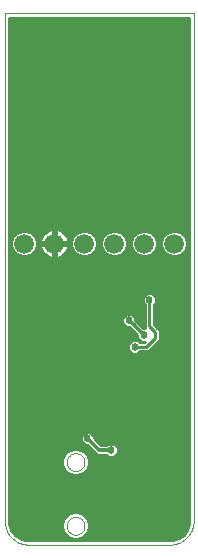
<source format=gbl>
G75*
G70*
%OFA0B0*%
%FSLAX24Y24*%
%IPPOS*%
%LPD*%
%AMOC8*
5,1,8,0,0,1.08239X$1,22.5*
%
%ADD10C,0.0000*%
%ADD11C,0.0660*%
%ADD12C,0.0100*%
%ADD13C,0.0246*%
%ADD14C,0.0120*%
D10*
X000160Y001700D02*
X000160Y018629D01*
X006459Y018629D01*
X006459Y001700D01*
X006457Y001646D01*
X006452Y001593D01*
X006443Y001540D01*
X006430Y001488D01*
X006414Y001436D01*
X006394Y001386D01*
X006371Y001338D01*
X006344Y001291D01*
X006315Y001246D01*
X006282Y001203D01*
X006247Y001163D01*
X006209Y001125D01*
X006169Y001090D01*
X006126Y001057D01*
X006081Y001028D01*
X006034Y001001D01*
X005986Y000978D01*
X005936Y000958D01*
X005884Y000942D01*
X005832Y000929D01*
X005779Y000920D01*
X005726Y000915D01*
X005672Y000913D01*
X005672Y000912D02*
X000947Y000912D01*
X000947Y000913D02*
X000893Y000915D01*
X000840Y000920D01*
X000787Y000929D01*
X000735Y000942D01*
X000683Y000958D01*
X000633Y000978D01*
X000585Y001001D01*
X000538Y001028D01*
X000493Y001057D01*
X000450Y001090D01*
X000410Y001125D01*
X000372Y001163D01*
X000337Y001203D01*
X000304Y001246D01*
X000275Y001291D01*
X000248Y001338D01*
X000225Y001386D01*
X000205Y001436D01*
X000189Y001488D01*
X000176Y001540D01*
X000167Y001593D01*
X000162Y001646D01*
X000160Y001700D01*
X002227Y001542D02*
X002229Y001576D01*
X002235Y001610D01*
X002245Y001643D01*
X002258Y001674D01*
X002276Y001704D01*
X002296Y001732D01*
X002320Y001757D01*
X002346Y001779D01*
X002374Y001797D01*
X002405Y001813D01*
X002437Y001825D01*
X002471Y001833D01*
X002505Y001837D01*
X002539Y001837D01*
X002573Y001833D01*
X002607Y001825D01*
X002639Y001813D01*
X002669Y001797D01*
X002698Y001779D01*
X002724Y001757D01*
X002748Y001732D01*
X002768Y001704D01*
X002786Y001674D01*
X002799Y001643D01*
X002809Y001610D01*
X002815Y001576D01*
X002817Y001542D01*
X002815Y001508D01*
X002809Y001474D01*
X002799Y001441D01*
X002786Y001410D01*
X002768Y001380D01*
X002748Y001352D01*
X002724Y001327D01*
X002698Y001305D01*
X002670Y001287D01*
X002639Y001271D01*
X002607Y001259D01*
X002573Y001251D01*
X002539Y001247D01*
X002505Y001247D01*
X002471Y001251D01*
X002437Y001259D01*
X002405Y001271D01*
X002374Y001287D01*
X002346Y001305D01*
X002320Y001327D01*
X002296Y001352D01*
X002276Y001380D01*
X002258Y001410D01*
X002245Y001441D01*
X002235Y001474D01*
X002229Y001508D01*
X002227Y001542D01*
X002227Y003668D02*
X002229Y003702D01*
X002235Y003736D01*
X002245Y003769D01*
X002258Y003800D01*
X002276Y003830D01*
X002296Y003858D01*
X002320Y003883D01*
X002346Y003905D01*
X002374Y003923D01*
X002405Y003939D01*
X002437Y003951D01*
X002471Y003959D01*
X002505Y003963D01*
X002539Y003963D01*
X002573Y003959D01*
X002607Y003951D01*
X002639Y003939D01*
X002669Y003923D01*
X002698Y003905D01*
X002724Y003883D01*
X002748Y003858D01*
X002768Y003830D01*
X002786Y003800D01*
X002799Y003769D01*
X002809Y003736D01*
X002815Y003702D01*
X002817Y003668D01*
X002815Y003634D01*
X002809Y003600D01*
X002799Y003567D01*
X002786Y003536D01*
X002768Y003506D01*
X002748Y003478D01*
X002724Y003453D01*
X002698Y003431D01*
X002670Y003413D01*
X002639Y003397D01*
X002607Y003385D01*
X002573Y003377D01*
X002539Y003373D01*
X002505Y003373D01*
X002471Y003377D01*
X002437Y003385D01*
X002405Y003397D01*
X002374Y003413D01*
X002346Y003431D01*
X002320Y003453D01*
X002296Y003478D01*
X002276Y003506D01*
X002258Y003536D01*
X002245Y003567D01*
X002235Y003600D01*
X002229Y003634D01*
X002227Y003668D01*
D11*
X001810Y010952D03*
X002810Y010952D03*
X003810Y010952D03*
X004810Y010952D03*
X005810Y010952D03*
X000810Y010952D03*
D12*
X000455Y001306D02*
X002138Y001306D01*
X002145Y001290D02*
X002270Y001165D01*
X002434Y001097D01*
X002611Y001097D01*
X002774Y001165D01*
X002900Y001290D01*
X002967Y001454D01*
X002967Y001631D01*
X002900Y001795D01*
X002774Y001920D01*
X002611Y001988D01*
X002434Y001988D01*
X002270Y001920D01*
X002145Y001795D01*
X002077Y001631D01*
X002077Y001454D01*
X002145Y001290D01*
X002227Y001208D02*
X000553Y001208D01*
X000497Y001249D02*
X000379Y001410D01*
X000318Y001600D01*
X000310Y001700D01*
X000310Y018479D01*
X006309Y018479D01*
X006309Y001700D01*
X006301Y001600D01*
X006240Y001410D01*
X006123Y001249D01*
X005961Y001132D01*
X005772Y001070D01*
X005672Y001062D01*
X000947Y001062D01*
X000848Y001070D01*
X000658Y001132D01*
X000497Y001249D01*
X000383Y001405D02*
X002097Y001405D01*
X002077Y001503D02*
X000349Y001503D01*
X000318Y001602D02*
X002077Y001602D01*
X002106Y001700D02*
X000310Y001700D01*
X000310Y001799D02*
X002149Y001799D01*
X002248Y001897D02*
X000310Y001897D01*
X000310Y001996D02*
X006309Y001996D01*
X006309Y002094D02*
X000310Y002094D01*
X000310Y002193D02*
X006309Y002193D01*
X006309Y002291D02*
X000310Y002291D01*
X000310Y002390D02*
X006309Y002390D01*
X006309Y002488D02*
X000310Y002488D01*
X000310Y002587D02*
X006309Y002587D01*
X006309Y002685D02*
X000310Y002685D01*
X000310Y002784D02*
X006309Y002784D01*
X006309Y002882D02*
X000310Y002882D01*
X000310Y002981D02*
X006309Y002981D01*
X006309Y003079D02*
X000310Y003079D01*
X000310Y003178D02*
X006309Y003178D01*
X006309Y003276D02*
X002740Y003276D01*
X002774Y003291D02*
X002900Y003416D01*
X002967Y003580D01*
X002967Y003757D01*
X002900Y003921D01*
X002774Y004046D01*
X002611Y004114D01*
X002434Y004114D01*
X002270Y004046D01*
X002145Y003921D01*
X002077Y003757D01*
X002077Y003580D01*
X002145Y003416D01*
X002270Y003291D01*
X002434Y003223D01*
X002611Y003223D01*
X002774Y003291D01*
X002859Y003375D02*
X006309Y003375D01*
X006309Y003473D02*
X002923Y003473D01*
X002964Y003572D02*
X006309Y003572D01*
X006309Y003670D02*
X002967Y003670D01*
X002962Y003769D02*
X006309Y003769D01*
X006309Y003867D02*
X003824Y003867D01*
X003796Y003839D02*
X003926Y003970D01*
X003926Y004154D01*
X003796Y004285D01*
X003611Y004285D01*
X003548Y004222D01*
X003376Y004222D01*
X003139Y004459D01*
X003139Y004548D01*
X003008Y004679D01*
X002824Y004679D01*
X002693Y004548D01*
X002693Y004363D01*
X002824Y004233D01*
X002913Y004233D01*
X003243Y003902D01*
X003548Y003902D01*
X003611Y003839D01*
X003796Y003839D01*
X003923Y003966D02*
X006309Y003966D01*
X006309Y004064D02*
X003926Y004064D01*
X003918Y004163D02*
X006309Y004163D01*
X006309Y004261D02*
X003819Y004261D01*
X003587Y004261D02*
X003336Y004261D01*
X003238Y004360D02*
X006309Y004360D01*
X006309Y004458D02*
X003139Y004458D01*
X003130Y004557D02*
X006309Y004557D01*
X006309Y004655D02*
X003032Y004655D01*
X002982Y004163D02*
X000310Y004163D01*
X000310Y004261D02*
X002795Y004261D01*
X002729Y004064D02*
X003081Y004064D01*
X003179Y003966D02*
X002854Y003966D01*
X002922Y003867D02*
X003583Y003867D01*
X002895Y001799D02*
X006309Y001799D01*
X006309Y001897D02*
X002797Y001897D01*
X002939Y001700D02*
X006309Y001700D01*
X006302Y001602D02*
X002967Y001602D01*
X002967Y001503D02*
X006270Y001503D01*
X006236Y001405D02*
X002947Y001405D01*
X002906Y001306D02*
X006164Y001306D01*
X006066Y001208D02*
X002817Y001208D01*
X002641Y001109D02*
X005892Y001109D01*
X006309Y004754D02*
X000310Y004754D01*
X000310Y004852D02*
X006309Y004852D01*
X006309Y004951D02*
X000310Y004951D01*
X000310Y005049D02*
X006309Y005049D01*
X006309Y005148D02*
X000310Y005148D01*
X000310Y005246D02*
X006309Y005246D01*
X006309Y005345D02*
X000310Y005345D01*
X000310Y005443D02*
X006309Y005443D01*
X006309Y005542D02*
X000310Y005542D01*
X000310Y005640D02*
X006309Y005640D01*
X006309Y005739D02*
X000310Y005739D01*
X000310Y005837D02*
X006309Y005837D01*
X006309Y005936D02*
X000310Y005936D01*
X000310Y006034D02*
X006309Y006034D01*
X006309Y006133D02*
X000310Y006133D01*
X000310Y006231D02*
X006309Y006231D01*
X006309Y006330D02*
X000310Y006330D01*
X000310Y006428D02*
X006309Y006428D01*
X006309Y006527D02*
X000310Y006527D01*
X000310Y006625D02*
X006309Y006625D01*
X006309Y006724D02*
X000310Y006724D01*
X000310Y006822D02*
X006309Y006822D01*
X006309Y006921D02*
X000310Y006921D01*
X000310Y007019D02*
X006309Y007019D01*
X006309Y007118D02*
X000310Y007118D01*
X000310Y007216D02*
X006309Y007216D01*
X006309Y007315D02*
X004614Y007315D01*
X004583Y007284D02*
X004656Y007357D01*
X004947Y007357D01*
X005034Y007445D01*
X005330Y007740D01*
X005330Y008061D01*
X005242Y008149D01*
X005133Y008258D01*
X005133Y008916D01*
X005206Y008989D01*
X005206Y009174D01*
X005075Y009305D01*
X004890Y009305D01*
X004760Y009174D01*
X004760Y008989D01*
X004833Y008916D01*
X004833Y008134D01*
X004843Y008124D01*
X004775Y008124D01*
X004517Y008382D01*
X004517Y008485D01*
X004386Y008616D01*
X004201Y008616D01*
X004071Y008485D01*
X004071Y008300D01*
X000310Y008300D01*
X000310Y008398D02*
X004071Y008398D01*
X004071Y008300D02*
X004201Y008170D01*
X004305Y008170D01*
X004563Y007911D01*
X004563Y007808D01*
X004694Y007678D01*
X004843Y007678D01*
X004822Y007657D01*
X004656Y007657D01*
X004583Y007730D01*
X004398Y007730D01*
X004268Y007599D01*
X004268Y007415D01*
X004398Y007284D01*
X004583Y007284D01*
X004491Y007507D02*
X004884Y007507D01*
X005180Y007802D01*
X005180Y007999D01*
X004983Y008196D01*
X004983Y009082D01*
X005095Y009285D02*
X006309Y009285D01*
X006309Y009383D02*
X000310Y009383D01*
X000310Y009285D02*
X004871Y009285D01*
X004772Y009186D02*
X000310Y009186D01*
X000310Y009088D02*
X004760Y009088D01*
X004760Y008989D02*
X000310Y008989D01*
X000310Y008891D02*
X004833Y008891D01*
X004833Y008792D02*
X000310Y008792D01*
X000310Y008694D02*
X004833Y008694D01*
X004833Y008595D02*
X004407Y008595D01*
X004505Y008497D02*
X004833Y008497D01*
X004833Y008398D02*
X004517Y008398D01*
X004599Y008300D02*
X004833Y008300D01*
X004833Y008201D02*
X004697Y008201D01*
X004786Y007901D02*
X004294Y008393D01*
X004181Y008595D02*
X000310Y008595D01*
X000310Y008497D02*
X004083Y008497D01*
X004170Y008201D02*
X000310Y008201D01*
X000310Y008103D02*
X004372Y008103D01*
X004470Y008004D02*
X000310Y008004D01*
X000310Y007906D02*
X004563Y007906D01*
X004564Y007807D02*
X000310Y007807D01*
X000310Y007709D02*
X004377Y007709D01*
X004279Y007610D02*
X000310Y007610D01*
X000310Y007512D02*
X004268Y007512D01*
X004269Y007413D02*
X000310Y007413D01*
X000310Y007315D02*
X004367Y007315D01*
X004604Y007709D02*
X004662Y007709D01*
X005003Y007413D02*
X006309Y007413D01*
X006309Y007512D02*
X005102Y007512D01*
X005200Y007610D02*
X006309Y007610D01*
X006309Y007709D02*
X005299Y007709D01*
X005330Y007807D02*
X006309Y007807D01*
X006309Y007906D02*
X005330Y007906D01*
X005330Y008004D02*
X006309Y008004D01*
X006309Y008103D02*
X005288Y008103D01*
X005189Y008201D02*
X006309Y008201D01*
X006309Y008300D02*
X005133Y008300D01*
X005133Y008398D02*
X006309Y008398D01*
X006309Y008497D02*
X005133Y008497D01*
X005133Y008595D02*
X006309Y008595D01*
X006309Y008694D02*
X005133Y008694D01*
X005133Y008792D02*
X006309Y008792D01*
X006309Y008891D02*
X005133Y008891D01*
X005206Y008989D02*
X006309Y008989D01*
X006309Y009088D02*
X005206Y009088D01*
X005193Y009186D02*
X006309Y009186D01*
X006309Y009482D02*
X000310Y009482D01*
X000310Y009580D02*
X006309Y009580D01*
X006309Y009679D02*
X000310Y009679D01*
X000310Y009777D02*
X006309Y009777D01*
X006309Y009876D02*
X000310Y009876D01*
X000310Y009974D02*
X006309Y009974D01*
X006309Y010073D02*
X000310Y010073D01*
X000310Y010171D02*
X006309Y010171D01*
X006309Y010270D02*
X000310Y010270D01*
X000310Y010368D02*
X006309Y010368D01*
X006309Y010467D02*
X000310Y010467D01*
X000310Y010565D02*
X000619Y010565D01*
X000566Y010587D02*
X000724Y010522D01*
X000895Y010522D01*
X001053Y010587D01*
X001174Y010708D01*
X001240Y010866D01*
X001240Y011037D01*
X001174Y011195D01*
X001053Y011316D01*
X000895Y011382D01*
X000724Y011382D01*
X000566Y011316D01*
X000445Y011195D01*
X000380Y011037D01*
X000380Y010866D01*
X000445Y010708D01*
X000566Y010587D01*
X000489Y010664D02*
X000310Y010664D01*
X000310Y010762D02*
X000423Y010762D01*
X000382Y010861D02*
X000310Y010861D01*
X000310Y010959D02*
X000380Y010959D01*
X000388Y011058D02*
X000310Y011058D01*
X000310Y011156D02*
X000429Y011156D01*
X000505Y011255D02*
X000310Y011255D01*
X000310Y011353D02*
X000656Y011353D01*
X000964Y011353D02*
X001546Y011353D01*
X001558Y011362D02*
X001497Y011318D01*
X001443Y011264D01*
X001399Y011203D01*
X001365Y011136D01*
X001341Y011064D01*
X001331Y011000D01*
X001761Y011000D01*
X001761Y010903D01*
X001858Y010903D01*
X001858Y010473D01*
X001922Y010484D01*
X001994Y010507D01*
X002061Y010541D01*
X002122Y010586D01*
X002176Y010639D01*
X002220Y010700D01*
X002254Y010768D01*
X002278Y010839D01*
X002288Y010903D01*
X001858Y010903D01*
X001858Y011000D01*
X002288Y011000D01*
X002278Y011064D01*
X002254Y011136D01*
X002220Y011203D01*
X002176Y011264D01*
X002122Y011318D01*
X002061Y011362D01*
X001994Y011397D01*
X001922Y011420D01*
X001858Y011430D01*
X001858Y011000D01*
X001761Y011000D01*
X001761Y011430D01*
X001697Y011420D01*
X001625Y011397D01*
X001558Y011362D01*
X001437Y011255D02*
X001115Y011255D01*
X001190Y011156D02*
X001375Y011156D01*
X001340Y011058D02*
X001231Y011058D01*
X001240Y010959D02*
X001761Y010959D01*
X001761Y010903D02*
X001331Y010903D01*
X001341Y010839D01*
X001365Y010768D01*
X001399Y010700D01*
X001443Y010639D01*
X001497Y010586D01*
X001558Y010541D01*
X001625Y010507D01*
X001697Y010484D01*
X001761Y010473D01*
X001761Y010903D01*
X001761Y010861D02*
X001858Y010861D01*
X001858Y010959D02*
X002380Y010959D01*
X002380Y011037D02*
X002380Y010866D01*
X002445Y010708D01*
X002566Y010587D01*
X002724Y010522D01*
X002895Y010522D01*
X003053Y010587D01*
X003174Y010708D01*
X003240Y010866D01*
X003240Y011037D01*
X003174Y011195D01*
X003053Y011316D01*
X002895Y011382D01*
X002724Y011382D01*
X002566Y011316D01*
X002445Y011195D01*
X002380Y011037D01*
X002388Y011058D02*
X002279Y011058D01*
X002244Y011156D02*
X002429Y011156D01*
X002505Y011255D02*
X002183Y011255D01*
X002073Y011353D02*
X002656Y011353D01*
X002964Y011353D02*
X003656Y011353D01*
X003724Y011382D02*
X003566Y011316D01*
X003445Y011195D01*
X003380Y011037D01*
X003380Y010866D01*
X003445Y010708D01*
X003566Y010587D01*
X003724Y010522D01*
X003895Y010522D01*
X004053Y010587D01*
X004174Y010708D01*
X004240Y010866D01*
X004240Y011037D01*
X004174Y011195D01*
X004053Y011316D01*
X003895Y011382D01*
X003724Y011382D01*
X003964Y011353D02*
X004656Y011353D01*
X004724Y011382D02*
X004566Y011316D01*
X004445Y011195D01*
X004380Y011037D01*
X004380Y010866D01*
X004445Y010708D01*
X004566Y010587D01*
X004724Y010522D01*
X004895Y010522D01*
X005053Y010587D01*
X005174Y010708D01*
X005240Y010866D01*
X005240Y011037D01*
X005174Y011195D01*
X005053Y011316D01*
X004895Y011382D01*
X004724Y011382D01*
X004964Y011353D02*
X005656Y011353D01*
X005724Y011382D02*
X005566Y011316D01*
X005445Y011195D01*
X005380Y011037D01*
X005380Y010866D01*
X005445Y010708D01*
X005566Y010587D01*
X005724Y010522D01*
X005895Y010522D01*
X006053Y010587D01*
X006174Y010708D01*
X006240Y010866D01*
X006240Y011037D01*
X006174Y011195D01*
X006053Y011316D01*
X005895Y011382D01*
X005724Y011382D01*
X005505Y011255D02*
X005115Y011255D01*
X005190Y011156D02*
X005429Y011156D01*
X005388Y011058D02*
X005231Y011058D01*
X005240Y010959D02*
X005380Y010959D01*
X005382Y010861D02*
X005237Y010861D01*
X005197Y010762D02*
X005423Y010762D01*
X005489Y010664D02*
X005130Y010664D01*
X005001Y010565D02*
X005619Y010565D01*
X006001Y010565D02*
X006309Y010565D01*
X006309Y010664D02*
X006130Y010664D01*
X006197Y010762D02*
X006309Y010762D01*
X006309Y010861D02*
X006237Y010861D01*
X006240Y010959D02*
X006309Y010959D01*
X006309Y011058D02*
X006231Y011058D01*
X006190Y011156D02*
X006309Y011156D01*
X006309Y011255D02*
X006115Y011255D01*
X005964Y011353D02*
X006309Y011353D01*
X006309Y011452D02*
X000310Y011452D01*
X000310Y011550D02*
X006309Y011550D01*
X006309Y011649D02*
X000310Y011649D01*
X000310Y011747D02*
X006309Y011747D01*
X006309Y011846D02*
X000310Y011846D01*
X000310Y011944D02*
X006309Y011944D01*
X006309Y012043D02*
X000310Y012043D01*
X000310Y012141D02*
X006309Y012141D01*
X006309Y012240D02*
X000310Y012240D01*
X000310Y012338D02*
X006309Y012338D01*
X006309Y012437D02*
X000310Y012437D01*
X000310Y012535D02*
X006309Y012535D01*
X006309Y012634D02*
X000310Y012634D01*
X000310Y012732D02*
X006309Y012732D01*
X006309Y012831D02*
X000310Y012831D01*
X000310Y012929D02*
X006309Y012929D01*
X006309Y013028D02*
X000310Y013028D01*
X000310Y013126D02*
X006309Y013126D01*
X006309Y013225D02*
X000310Y013225D01*
X000310Y013323D02*
X006309Y013323D01*
X006309Y013422D02*
X000310Y013422D01*
X000310Y013520D02*
X006309Y013520D01*
X006309Y013619D02*
X000310Y013619D01*
X000310Y013717D02*
X006309Y013717D01*
X006309Y013816D02*
X000310Y013816D01*
X000310Y013914D02*
X006309Y013914D01*
X006309Y014013D02*
X000310Y014013D01*
X000310Y014111D02*
X006309Y014111D01*
X006309Y014210D02*
X000310Y014210D01*
X000310Y014308D02*
X006309Y014308D01*
X006309Y014407D02*
X000310Y014407D01*
X000310Y014505D02*
X006309Y014505D01*
X006309Y014604D02*
X000310Y014604D01*
X000310Y014702D02*
X006309Y014702D01*
X006309Y014801D02*
X000310Y014801D01*
X000310Y014899D02*
X006309Y014899D01*
X006309Y014998D02*
X000310Y014998D01*
X000310Y015096D02*
X006309Y015096D01*
X006309Y015195D02*
X000310Y015195D01*
X000310Y015293D02*
X006309Y015293D01*
X006309Y015392D02*
X000310Y015392D01*
X000310Y015490D02*
X006309Y015490D01*
X006309Y015589D02*
X000310Y015589D01*
X000310Y015687D02*
X006309Y015687D01*
X006309Y015786D02*
X000310Y015786D01*
X000310Y015884D02*
X006309Y015884D01*
X006309Y015983D02*
X000310Y015983D01*
X000310Y016081D02*
X006309Y016081D01*
X006309Y016180D02*
X000310Y016180D01*
X000310Y016278D02*
X006309Y016278D01*
X006309Y016377D02*
X000310Y016377D01*
X000310Y016475D02*
X006309Y016475D01*
X006309Y016574D02*
X000310Y016574D01*
X000310Y016672D02*
X006309Y016672D01*
X006309Y016771D02*
X000310Y016771D01*
X000310Y016869D02*
X006309Y016869D01*
X006309Y016968D02*
X000310Y016968D01*
X000310Y017066D02*
X006309Y017066D01*
X006309Y017165D02*
X000310Y017165D01*
X000310Y017263D02*
X006309Y017263D01*
X006309Y017362D02*
X000310Y017362D01*
X000310Y017460D02*
X006309Y017460D01*
X006309Y017559D02*
X000310Y017559D01*
X000310Y017657D02*
X006309Y017657D01*
X006309Y017756D02*
X000310Y017756D01*
X000310Y017854D02*
X006309Y017854D01*
X006309Y017953D02*
X000310Y017953D01*
X000310Y018051D02*
X006309Y018051D01*
X006309Y018150D02*
X000310Y018150D01*
X000310Y018248D02*
X006309Y018248D01*
X006309Y018347D02*
X000310Y018347D01*
X000310Y018445D02*
X006309Y018445D01*
X004505Y011255D02*
X004115Y011255D01*
X004190Y011156D02*
X004429Y011156D01*
X004388Y011058D02*
X004231Y011058D01*
X004240Y010959D02*
X004380Y010959D01*
X004382Y010861D02*
X004237Y010861D01*
X004197Y010762D02*
X004423Y010762D01*
X004489Y010664D02*
X004130Y010664D01*
X004001Y010565D02*
X004619Y010565D01*
X003619Y010565D02*
X003001Y010565D01*
X003130Y010664D02*
X003489Y010664D01*
X003423Y010762D02*
X003197Y010762D01*
X003237Y010861D02*
X003382Y010861D01*
X003380Y010959D02*
X003240Y010959D01*
X003231Y011058D02*
X003388Y011058D01*
X003429Y011156D02*
X003190Y011156D01*
X003115Y011255D02*
X003505Y011255D01*
X002619Y010565D02*
X002094Y010565D01*
X002194Y010664D02*
X002489Y010664D01*
X002423Y010762D02*
X002252Y010762D01*
X002281Y010861D02*
X002382Y010861D01*
X001858Y010762D02*
X001761Y010762D01*
X001761Y010664D02*
X001858Y010664D01*
X001858Y010565D02*
X001761Y010565D01*
X001761Y011058D02*
X001858Y011058D01*
X001858Y011156D02*
X001761Y011156D01*
X001761Y011255D02*
X001858Y011255D01*
X001858Y011353D02*
X001761Y011353D01*
X001525Y010565D02*
X001001Y010565D01*
X001130Y010664D02*
X001425Y010664D01*
X001367Y010762D02*
X001197Y010762D01*
X001237Y010861D02*
X001338Y010861D01*
X000310Y004655D02*
X002800Y004655D01*
X002702Y004557D02*
X000310Y004557D01*
X000310Y004458D02*
X002693Y004458D01*
X002696Y004360D02*
X000310Y004360D01*
X000310Y004064D02*
X002315Y004064D01*
X002190Y003966D02*
X000310Y003966D01*
X000310Y003867D02*
X002123Y003867D01*
X002082Y003769D02*
X000310Y003769D01*
X000310Y003670D02*
X002077Y003670D01*
X002080Y003572D02*
X000310Y003572D01*
X000310Y003473D02*
X002121Y003473D01*
X002186Y003375D02*
X000310Y003375D01*
X000310Y003276D02*
X002305Y003276D01*
X002404Y001109D02*
X000727Y001109D01*
D13*
X000947Y001306D03*
X000554Y001700D03*
X000554Y002487D03*
X000554Y004062D03*
X000554Y005637D03*
X001341Y007605D03*
X002129Y007113D03*
X002325Y008196D03*
X002129Y009180D03*
X002129Y009771D03*
X002916Y009968D03*
X002916Y007999D03*
X002916Y005637D03*
X002916Y004456D03*
X002522Y002487D03*
X001735Y001306D03*
X003310Y001306D03*
X003703Y004062D03*
X004491Y007507D03*
X004786Y007901D03*
X004983Y009082D03*
X004294Y008393D03*
X005081Y004653D03*
X006066Y004062D03*
X006066Y002487D03*
X006066Y001700D03*
X005672Y001306D03*
X006066Y005637D03*
X006066Y007999D03*
X006066Y009968D03*
X006066Y014692D03*
X006066Y018235D03*
X000554Y018235D03*
X000554Y014692D03*
D14*
X002916Y004456D02*
X003310Y004062D01*
X003703Y004062D01*
M02*

</source>
